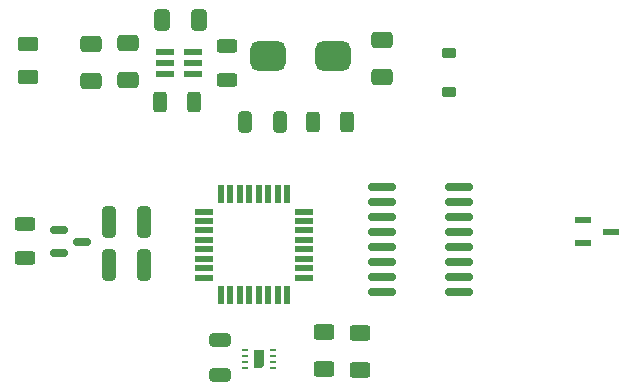
<source format=gbr>
%TF.GenerationSoftware,KiCad,Pcbnew,8.0.3*%
%TF.CreationDate,2024-10-20T16:03:45+03:00*%
%TF.ProjectId,SmartPot,536d6172-7450-46f7-942e-6b696361645f,rev?*%
%TF.SameCoordinates,Original*%
%TF.FileFunction,Paste,Top*%
%TF.FilePolarity,Positive*%
%FSLAX46Y46*%
G04 Gerber Fmt 4.6, Leading zero omitted, Abs format (unit mm)*
G04 Created by KiCad (PCBNEW 8.0.3) date 2024-10-20 16:03:45*
%MOMM*%
%LPD*%
G01*
G04 APERTURE LIST*
G04 Aperture macros list*
%AMRoundRect*
0 Rectangle with rounded corners*
0 $1 Rounding radius*
0 $2 $3 $4 $5 $6 $7 $8 $9 X,Y pos of 4 corners*
0 Add a 4 corners polygon primitive as box body*
4,1,4,$2,$3,$4,$5,$6,$7,$8,$9,$2,$3,0*
0 Add four circle primitives for the rounded corners*
1,1,$1+$1,$2,$3*
1,1,$1+$1,$4,$5*
1,1,$1+$1,$6,$7*
1,1,$1+$1,$8,$9*
0 Add four rect primitives between the rounded corners*
20,1,$1+$1,$2,$3,$4,$5,0*
20,1,$1+$1,$4,$5,$6,$7,0*
20,1,$1+$1,$6,$7,$8,$9,0*
20,1,$1+$1,$8,$9,$2,$3,0*%
%AMFreePoly0*
4,1,6,0.450000,-0.800000,-0.450000,-0.800000,-0.450000,0.530000,-0.180000,0.800000,0.450000,0.800000,0.450000,-0.800000,0.450000,-0.800000,$1*%
G04 Aperture macros list end*
%ADD10RoundRect,0.250000X0.650000X-0.412500X0.650000X0.412500X-0.650000X0.412500X-0.650000X-0.412500X0*%
%ADD11RoundRect,0.250000X0.625000X-0.375000X0.625000X0.375000X-0.625000X0.375000X-0.625000X-0.375000X0*%
%ADD12RoundRect,0.250000X0.312500X1.075000X-0.312500X1.075000X-0.312500X-1.075000X0.312500X-1.075000X0*%
%ADD13RoundRect,0.625000X-0.875000X-0.625000X0.875000X-0.625000X0.875000X0.625000X-0.875000X0.625000X0*%
%ADD14RoundRect,0.250000X0.625000X-0.400000X0.625000X0.400000X-0.625000X0.400000X-0.625000X-0.400000X0*%
%ADD15R,1.336200X0.550800*%
%ADD16RoundRect,0.250000X0.312500X0.625000X-0.312500X0.625000X-0.312500X-0.625000X0.312500X-0.625000X0*%
%ADD17RoundRect,0.250000X0.325000X0.650000X-0.325000X0.650000X-0.325000X-0.650000X0.325000X-0.650000X0*%
%ADD18RoundRect,0.250000X0.625000X-0.312500X0.625000X0.312500X-0.625000X0.312500X-0.625000X-0.312500X0*%
%ADD19RoundRect,0.225000X-0.375000X0.225000X-0.375000X-0.225000X0.375000X-0.225000X0.375000X0.225000X0*%
%ADD20R,1.600000X0.550000*%
%ADD21R,0.550000X1.600000*%
%ADD22RoundRect,0.150000X-0.587500X-0.150000X0.587500X-0.150000X0.587500X0.150000X-0.587500X0.150000X0*%
%ADD23RoundRect,0.250000X-0.412500X-0.650000X0.412500X-0.650000X0.412500X0.650000X-0.412500X0.650000X0*%
%ADD24FreePoly0,180.000000*%
%ADD25R,0.550000X0.250000*%
%ADD26RoundRect,0.250000X-0.650000X0.325000X-0.650000X-0.325000X0.650000X-0.325000X0.650000X0.325000X0*%
%ADD27RoundRect,0.150000X-1.050000X-0.150000X1.050000X-0.150000X1.050000X0.150000X-1.050000X0.150000X0*%
%ADD28RoundRect,0.073750X-0.651250X-0.221250X0.651250X-0.221250X0.651250X0.221250X-0.651250X0.221250X0*%
G04 APERTURE END LIST*
D10*
%TO.C,Cin1*%
X192750000Y-93062500D03*
X192750000Y-89937500D03*
%TD*%
D11*
%TO.C,F1*%
X187400000Y-92750000D03*
X187400000Y-89950000D03*
%TD*%
D12*
%TO.C,R3*%
X197225000Y-108650000D03*
X194300000Y-108650000D03*
%TD*%
D13*
%TO.C,L1*%
X213200000Y-90950000D03*
X207700000Y-90950000D03*
%TD*%
D14*
%TO.C,R15*%
X212500000Y-117475000D03*
X212500000Y-114375000D03*
%TD*%
D15*
%TO.C,Q1*%
X234400002Y-104899999D03*
X234400002Y-106800001D03*
X236775000Y-105850000D03*
%TD*%
D16*
%TO.C,Rfbt1*%
X201500000Y-94850000D03*
X198575000Y-94850000D03*
%TD*%
D17*
%TO.C,C5*%
X208775000Y-96550000D03*
X205825000Y-96550000D03*
%TD*%
D18*
%TO.C,R5*%
X187200000Y-108112500D03*
X187200000Y-105187500D03*
%TD*%
D12*
%TO.C,R4*%
X197225000Y-105000000D03*
X194300000Y-105000000D03*
%TD*%
D19*
%TO.C,D2*%
X223050000Y-90700000D03*
X223050000Y-94000000D03*
%TD*%
D10*
%TO.C,Cout1*%
X217400000Y-92712500D03*
X217400000Y-89587500D03*
%TD*%
D16*
%TO.C,R16*%
X214462500Y-96600000D03*
X211537500Y-96600000D03*
%TD*%
D10*
%TO.C,Cin2*%
X195850000Y-93025000D03*
X195850000Y-89900000D03*
%TD*%
D20*
%TO.C,U5*%
X202300000Y-104150000D03*
X202300000Y-104950000D03*
X202300000Y-105750000D03*
X202300000Y-106550000D03*
X202300000Y-107350000D03*
X202300000Y-108150000D03*
X202300000Y-108950000D03*
X202300000Y-109750000D03*
D21*
X203750000Y-111200000D03*
X204550000Y-111200000D03*
X205350000Y-111200000D03*
X206150000Y-111200000D03*
X206950000Y-111200000D03*
X207750000Y-111200000D03*
X208550000Y-111200000D03*
X209350000Y-111200000D03*
D20*
X210800000Y-109750000D03*
X210800000Y-108950000D03*
X210800000Y-108150000D03*
X210800000Y-107350000D03*
X210800000Y-106550000D03*
X210800000Y-105750000D03*
X210800000Y-104950000D03*
X210800000Y-104150000D03*
D21*
X209350000Y-102700000D03*
X208550000Y-102700000D03*
X207750000Y-102700000D03*
X206950000Y-102700000D03*
X206150000Y-102700000D03*
X205350000Y-102700000D03*
X204550000Y-102700000D03*
X203750000Y-102700000D03*
%TD*%
D22*
%TO.C,D1*%
X190075000Y-105750000D03*
X190075000Y-107650000D03*
X191950000Y-106700000D03*
%TD*%
D23*
%TO.C,Cbst1*%
X198775000Y-87900000D03*
X201900000Y-87900000D03*
%TD*%
D24*
%TO.C,U6*%
X206975000Y-116625000D03*
D25*
X208150000Y-117375000D03*
X208150000Y-116875000D03*
X208150000Y-116375000D03*
X208150000Y-115875000D03*
X205800000Y-115875000D03*
X205800000Y-116375000D03*
X205800000Y-116875000D03*
X205800000Y-117375000D03*
%TD*%
D14*
%TO.C,R14*%
X215525000Y-117525000D03*
X215525000Y-114425000D03*
%TD*%
D26*
%TO.C,C4*%
X203650000Y-115025000D03*
X203650000Y-117975000D03*
%TD*%
D18*
%TO.C,Rfbb1*%
X204300000Y-93050000D03*
X204300000Y-90125000D03*
%TD*%
D27*
%TO.C,U3*%
X217400000Y-102070000D03*
X217400000Y-103340000D03*
X217400000Y-104610000D03*
X217400000Y-105880000D03*
X217400000Y-107150000D03*
X217400000Y-108420000D03*
X217400000Y-109690000D03*
X217400000Y-110960000D03*
X223900000Y-110960000D03*
X223900000Y-109690000D03*
X223900000Y-108420000D03*
X223900000Y-107150000D03*
X223900000Y-105880000D03*
X223900000Y-104610000D03*
X223900000Y-103340000D03*
X223900000Y-102070000D03*
%TD*%
D28*
%TO.C,U1*%
X199040000Y-90600000D03*
X199040000Y-91550000D03*
X199040000Y-92500000D03*
X201350000Y-92500000D03*
X201350000Y-91550000D03*
X201350000Y-90600000D03*
%TD*%
M02*

</source>
